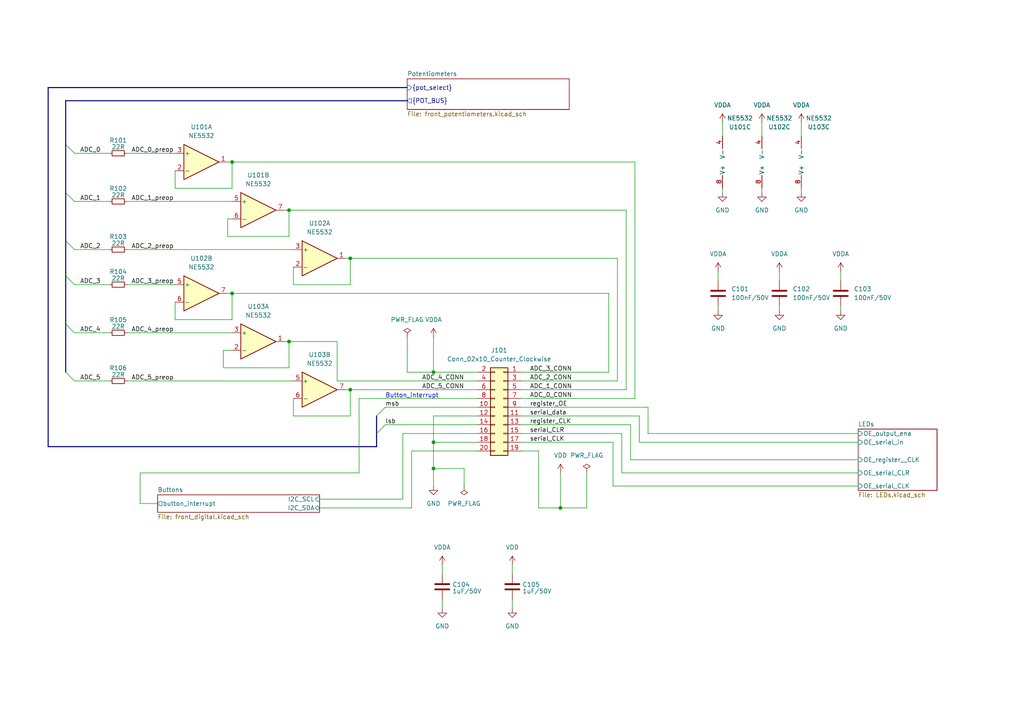
<source format=kicad_sch>
(kicad_sch (version 20230121) (generator eeschema)
  (paper "A4")
  (lib_symbols
    (symbol "Amplifier_Operational:NE5532" (pin_names (offset 0.127))
      (property "Reference" "U" (at 0 5.08 0))
      (property "Value" "NE5532" (at 0 -5.08 0))
      (symbol "NE5532_1_1"
        (polyline (pts (xy -5.08 5.08) (xy 5.08 0) (xy -5.08 -5.08) (xy -5.08 5.08)) (stroke (width 0.254)) (fill (type background)))
        (pin output line (at 7.62 0 180) (length 2.54) (name "~") (number "1"))
        (pin input line (at -7.62 -2.54 0) (length 2.54) (name "-") (number "2"))
        (pin input line (at -7.62 2.54 0) (length 2.54) (name "+") (number "3"))
      )
      (symbol "NE5532_2_1"
        (polyline (pts (xy -5.08 5.08) (xy 5.08 0) (xy -5.08 -5.08) (xy -5.08 5.08)) (stroke (width 0.254)) (fill (type background)))
        (pin input line (at -7.62 2.54 0) (length 2.54) (name "+") (number "5"))
        (pin input line (at -7.62 -2.54 0) (length 2.54) (name "-") (number "6"))
        (pin output line (at 7.62 0 180) (length 2.54) (name "~") (number "7"))
      )
      (symbol "NE5532_3_1"
        (pin power_in line (at -2.54 -7.62 90) (length 3.81) (name "V-") (number "4"))
        (pin power_in line (at -2.54 7.62 270) (length 3.81) (name "V+") (number "8"))
      )
    )
    (symbol "Connector_Generic:Conn_02x10_Odd_Even" (pin_names (offset 1.016) hide)
      (property "Reference" "J" (at 1.27 12.7 0))
      (property "Value" "Conn_02x10_Odd_Even" (at 1.27 -15.24 0))
      (symbol "Conn_02x10_Odd_Even_1_1"
        (rectangle (start -1.27 -12.573) (end 0 -12.827) (stroke (width 0.1524)))
        (rectangle (start -1.27 -10.033) (end 0 -10.287) (stroke (width 0.1524)))
        (rectangle (start -1.27 -7.493) (end 0 -7.747) (stroke (width 0.1524)))
        (rectangle (start -1.27 -4.953) (end 0 -5.207) (stroke (width 0.1524)))
        (rectangle (start -1.27 -2.413) (end 0 -2.667) (stroke (width 0.1524)))
        (rectangle (start -1.27 0.127) (end 0 -0.127) (stroke (width 0.1524)))
        (rectangle (start -1.27 2.667) (end 0 2.413) (stroke (width 0.1524)))
        (rectangle (start -1.27 5.207) (end 0 4.953) (stroke (width 0.1524)))
        (rectangle (start -1.27 7.747) (end 0 7.493) (stroke (width 0.1524)))
        (rectangle (start -1.27 10.287) (end 0 10.033) (stroke (width 0.1524)))
        (rectangle (start -1.27 11.43) (end 3.81 -13.97) (stroke (width 0.254)) (fill (type background)))
        (rectangle (start 3.81 -12.573) (end 2.54 -12.827) (stroke (width 0.1524)))
        (rectangle (start 3.81 -10.033) (end 2.54 -10.287) (stroke (width 0.1524)))
        (rectangle (start 3.81 -7.493) (end 2.54 -7.747) (stroke (width 0.1524)))
        (rectangle (start 3.81 -4.953) (end 2.54 -5.207) (stroke (width 0.1524)))
        (rectangle (start 3.81 -2.413) (end 2.54 -2.667) (stroke (width 0.1524)))
        (rectangle (start 3.81 0.127) (end 2.54 -0.127) (stroke (width 0.1524)))
        (rectangle (start 3.81 2.667) (end 2.54 2.413) (stroke (width 0.1524)))
        (rectangle (start 3.81 5.207) (end 2.54 4.953) (stroke (width 0.1524)))
        (rectangle (start 3.81 7.747) (end 2.54 7.493) (stroke (width 0.1524)))
        (rectangle (start 3.81 10.287) (end 2.54 10.033) (stroke (width 0.1524)))
        (pin passive line (at -5.08 10.16 0) (length 3.81) (name "Pin_1") (number "1"))
        (pin passive line (at 7.62 0 180) (length 3.81) (name "Pin_10") (number "10"))
        (pin passive line (at -5.08 -2.54 0) (length 3.81) (name "Pin_11") (number "11"))
        (pin passive line (at 7.62 -2.54 180) (length 3.81) (name "Pin_12") (number "12"))
        (pin passive line (at -5.08 -5.08 0) (length 3.81) (name "Pin_13") (number "13"))
        (pin passive line (at 7.62 -5.08 180) (length 3.81) (name "Pin_14") (number "14"))
        (pin passive line (at -5.08 -7.62 0) (length 3.81) (name "Pin_15") (number "15"))
        (pin passive line (at 7.62 -7.62 180) (length 3.81) (name "Pin_16") (number "16"))
        (pin passive line (at -5.08 -10.16 0) (length 3.81) (name "Pin_17") (number "17"))
        (pin passive line (at 7.62 -10.16 180) (length 3.81) (name "Pin_18") (number "18"))
        (pin passive line (at -5.08 -12.7 0) (length 3.81) (name "Pin_19") (number "19"))
        (pin passive line (at 7.62 10.16 180) (length 3.81) (name "Pin_2") (number "2"))
        (pin passive line (at 7.62 -12.7 180) (length 3.81) (name "Pin_20") (number "20"))
        (pin passive line (at -5.08 7.62 0) (length 3.81) (name "Pin_3") (number "3"))
        (pin passive line (at 7.62 7.62 180) (length 3.81) (name "Pin_4") (number "4"))
        (pin passive line (at -5.08 5.08 0) (length 3.81) (name "Pin_5") (number "5"))
        (pin passive line (at 7.62 5.08 180) (length 3.81) (name "Pin_6") (number "6"))
        (pin passive line (at -5.08 2.54 0) (length 3.81) (name "Pin_7") (number "7"))
        (pin passive line (at 7.62 2.54 180) (length 3.81) (name "Pin_8") (number "8"))
        (pin passive line (at -5.08 0 0) (length 3.81) (name "Pin_9") (number "9"))
      )
    )
    (symbol "Device:C" (pin_numbers hide) (pin_names (offset 0.254))
      (property "Reference" "C" (at 0.635 2.54 0))
      (property "Value" "C" (at 0.635 -2.54 0))
      (symbol "C_0_1"
        (polyline (pts (xy -2.032 -0.762) (xy 2.032 -0.762)) (stroke (width 0.508)))
        (polyline (pts (xy -2.032 0.762) (xy 2.032 0.762)) (stroke (width 0.508)))
      )
      (symbol "C_1_1"
        (pin passive line (at 0 3.81 270) (length 2.794) (name "~") (number "1"))
        (pin passive line (at 0 -3.81 90) (length 2.794) (name "~") (number "2"))
      )
    )
    (symbol "Device:R_Small" (pin_numbers hide) (pin_names (offset 0.254) hide)
      (property "Reference" "R" (at 0.762 0.508 0))
      (property "Value" "R_Small" (at 0.762 -1.016 0))
      (symbol "R_Small_0_1"
        (rectangle (start -0.762 1.778) (end 0.762 -1.778) (stroke (width 0.2032)))
      )
      (symbol "R_Small_1_1"
        (pin passive line (at 0 2.54 270) (length 0.762) (name "~") (number "1"))
        (pin passive line (at 0 -2.54 90) (length 0.762) (name "~") (number "2"))
      )
    )
    (symbol "power:GND" (power) (pin_names (offset 0))
      (property "Value" "GND" (at 0 -3.81 0))
      (symbol "GND_0_1"
        (polyline (pts (xy 0 0) (xy 0 -1.27) (xy 1.27 -1.27) (xy 0 -2.54) (xy -1.27 -1.27) (xy 0 -1.27)))
      )
      (symbol "GND_1_1"
        (pin power_in line (at 0 0 270) (length 0) hide (name "GND") (number "1"))
      )
    )
    (symbol "power:PWR_FLAG" (power) (pin_numbers hide) (pin_names (offset 0) hide)
      (property "Value" "PWR_FLAG" (at 0 3.81 0))
      (symbol "PWR_FLAG_0_0"
        (pin power_out line (at 0 0 90) (length 0) (name "pwr") (number "1"))
      )
      (symbol "PWR_FLAG_0_1"
        (polyline (pts (xy 0 0) (xy 0 1.27) (xy -1.016 1.905) (xy 0 2.54) (xy 1.016 1.905) (xy 0 1.27)))
      )
    )
    (symbol "power:VDD" (power) (pin_names (offset 0))
      (property "Value" "VDD" (at 0 3.81 0))
      (symbol "VDD_0_1"
        (polyline (pts (xy -0.762 1.27) (xy 0 2.54)))
        (polyline (pts (xy 0 0) (xy 0 2.54)))
        (polyline (pts (xy 0 2.54) (xy 0.762 1.27)))
      )
      (symbol "VDD_1_1"
        (pin power_in line (at 0 0 90) (length 0) hide (name "VDD") (number "1"))
      )
    )
    (symbol "power:VDDA" (power) (pin_names (offset 0))
      (property "Value" "VDDA" (at 0 3.81 0))
      (symbol "VDDA_0_1"
        (polyline (pts (xy -0.762 1.27) (xy 0 2.54)))
        (polyline (pts (xy 0 0) (xy 0 2.54)))
        (polyline (pts (xy 0 2.54) (xy 0.762 1.27)))
      )
      (symbol "VDDA_1_1"
        (pin power_in line (at 0 0 90) (length 0) hide (name "VDDA") (number "1"))
      )
    )
  )
  (bus_alias "" (members))
  (bus_alias "Output_Expander_bus" (members "serial_CLK" "serial_CLR" "serial_data" "register_CLK" "register_OEv"))
  (bus_alias "POT_BUS" (members "ADC_0" "ADC_1" "ADC_2" "ADC_3" "ADC_4" "ADC_5"))
  (bus_alias "pot_select" (members "lsb" "msb"))
  (junction (at 101.6 113.03))
  (junction (at 101.6 74.93))
  (junction (at 125.73 135.89))
  (junction (at 83.82 99.06))
  (junction (at 125.73 107.95))
  (junction (at 67.31 85.09))
  (junction (at 125.73 128.27))
  (junction (at 162.56 147.32))
  (junction (at 83.82 60.96))
  (junction (at 67.31 46.99))
  (bus_entry (at 19.05 69.85) (size 2.54 2.54))
  (bus_entry (at 111.76 118.11) (size -2.54 2.54))
  (bus_entry (at 19.05 93.98) (size 2.54 2.54))
  (bus_entry (at 19.05 107.95) (size 2.54 2.54))
  (bus_entry (at 19.05 80.01) (size 2.54 2.54))
  (bus_entry (at 109.22 125.73) (size 2.54 -2.54))
  (bus_entry (at 19.05 55.88) (size 2.54 2.54))
  (bus_entry (at 19.05 41.91) (size 2.54 2.54))
  (wire (pts (xy 119.38 130.81) (xy 119.38 147.32)))
  (wire (pts (xy 180.34 137.16) (xy 180.34 125.73)))
  (wire (pts (xy 45.72 146.05) (xy 40.64 146.05)))
  (wire (pts (xy 232.41 54.61) (xy 232.41 55.88)))
  (wire (pts (xy 134.62 140.97) (xy 134.62 135.89)))
  (wire (pts (xy 180.34 137.16) (xy 248.92 137.16)))
  (wire (pts (xy 67.31 54.61) (xy 67.31 46.99)))
  (wire (pts (xy 209.55 54.61) (xy 209.55 55.88)))
  (wire (pts (xy 125.73 120.65) (xy 138.43 120.65)))
  (bus (pts (xy 109.22 125.73) (xy 109.22 129.54)))
  (wire (pts (xy 243.84 88.9) (xy 243.84 90.17)))
  (wire (pts (xy 85.09 82.55) (xy 101.6 82.55)))
  (wire (pts (xy 176.53 107.95) (xy 151.13 107.95)))
  (wire (pts (xy 104.14 115.57) (xy 138.43 115.57)))
  (wire (pts (xy 182.88 123.19) (xy 151.13 123.19)))
  (wire (pts (xy 83.82 60.96) (xy 181.61 60.96)))
  (wire (pts (xy 40.64 146.05) (xy 40.64 137.16)))
  (wire (pts (xy 21.59 58.42) (xy 31.75 58.42)))
  (wire (pts (xy 67.31 46.99) (xy 66.04 46.99)))
  (wire (pts (xy 209.55 35.56) (xy 209.55 39.37)))
  (wire (pts (xy 226.06 88.9) (xy 226.06 90.17)))
  (wire (pts (xy 50.8 87.63) (xy 50.8 92.71)))
  (wire (pts (xy 21.59 96.52) (xy 31.75 96.52)))
  (wire (pts (xy 111.76 123.19) (xy 138.43 123.19)))
  (wire (pts (xy 128.27 173.99) (xy 128.27 176.53)))
  (wire (pts (xy 148.59 163.83) (xy 148.59 166.37)))
  (wire (pts (xy 125.73 128.27) (xy 138.43 128.27)))
  (bus (pts (xy 13.97 129.54) (xy 109.22 129.54)))
  (wire (pts (xy 220.98 54.61) (xy 220.98 55.88)))
  (wire (pts (xy 125.73 128.27) (xy 125.73 120.65)))
  (wire (pts (xy 101.6 120.65) (xy 101.6 113.03)))
  (wire (pts (xy 83.82 60.96) (xy 82.55 60.96)))
  (wire (pts (xy 156.21 130.81) (xy 151.13 130.81)))
  (wire (pts (xy 67.31 46.99) (xy 184.15 46.99)))
  (wire (pts (xy 21.59 82.55) (xy 31.75 82.55)))
  (wire (pts (xy 232.41 35.56) (xy 232.41 39.37)))
  (wire (pts (xy 36.83 58.42) (xy 67.31 58.42)))
  (wire (pts (xy 104.14 137.16) (xy 104.14 115.57)))
  (wire (pts (xy 119.38 130.81) (xy 138.43 130.81)))
  (wire (pts (xy 50.8 92.71) (xy 67.31 92.71)))
  (wire (pts (xy 116.84 125.73) (xy 116.84 144.78)))
  (wire (pts (xy 21.59 44.45) (xy 31.75 44.45)))
  (bus (pts (xy 109.22 120.65) (xy 109.22 125.73)))
  (wire (pts (xy 92.71 144.78) (xy 116.84 144.78)))
  (wire (pts (xy 85.09 77.47) (xy 85.09 82.55)))
  (wire (pts (xy 125.73 128.27) (xy 125.73 135.89)))
  (wire (pts (xy 176.53 85.09) (xy 176.53 107.95)))
  (wire (pts (xy 36.83 82.55) (xy 50.8 82.55)))
  (wire (pts (xy 125.73 135.89) (xy 134.62 135.89)))
  (wire (pts (xy 85.09 120.65) (xy 101.6 120.65)))
  (wire (pts (xy 185.42 120.65) (xy 151.13 120.65)))
  (wire (pts (xy 64.77 106.68) (xy 83.82 106.68)))
  (wire (pts (xy 220.98 35.56) (xy 220.98 39.37)))
  (bus (pts (xy 19.05 80.01) (xy 19.05 93.98)))
  (wire (pts (xy 36.83 72.39) (xy 85.09 72.39)))
  (bus (pts (xy 19.05 55.88) (xy 19.05 69.85)))
  (wire (pts (xy 187.96 125.73) (xy 248.92 125.73)))
  (wire (pts (xy 21.59 110.49) (xy 31.75 110.49)))
  (wire (pts (xy 125.73 107.95) (xy 138.43 107.95)))
  (wire (pts (xy 184.15 46.99) (xy 184.15 115.57)))
  (wire (pts (xy 185.42 128.27) (xy 185.42 120.65)))
  (wire (pts (xy 92.71 147.32) (xy 119.38 147.32)))
  (wire (pts (xy 187.96 125.73) (xy 187.96 118.11)))
  (wire (pts (xy 101.6 74.93) (xy 100.33 74.93)))
  (wire (pts (xy 208.28 88.9) (xy 208.28 90.17)))
  (wire (pts (xy 83.82 99.06) (xy 97.79 99.06)))
  (wire (pts (xy 179.07 110.49) (xy 151.13 110.49)))
  (wire (pts (xy 101.6 113.03) (xy 100.33 113.03)))
  (bus (pts (xy 19.05 29.21) (xy 118.11 29.21)))
  (wire (pts (xy 128.27 163.83) (xy 128.27 166.37)))
  (wire (pts (xy 36.83 110.49) (xy 85.09 110.49)))
  (wire (pts (xy 243.84 78.74) (xy 243.84 81.28)))
  (wire (pts (xy 66.04 63.5) (xy 66.04 68.58)))
  (wire (pts (xy 101.6 74.93) (xy 179.07 74.93)))
  (wire (pts (xy 148.59 173.99) (xy 148.59 176.53)))
  (wire (pts (xy 170.18 147.32) (xy 162.56 147.32)))
  (wire (pts (xy 67.31 85.09) (xy 176.53 85.09)))
  (wire (pts (xy 67.31 92.71) (xy 67.31 85.09)))
  (bus (pts (xy 19.05 69.85) (xy 19.05 80.01)))
  (wire (pts (xy 97.79 99.06) (xy 97.79 110.49)))
  (wire (pts (xy 67.31 101.6) (xy 64.77 101.6)))
  (wire (pts (xy 151.13 115.57) (xy 184.15 115.57)))
  (wire (pts (xy 36.83 96.52) (xy 67.31 96.52)))
  (wire (pts (xy 151.13 128.27) (xy 177.8 128.27)))
  (bus (pts (xy 19.05 29.21) (xy 19.05 41.91)))
  (wire (pts (xy 208.28 78.74) (xy 208.28 81.28)))
  (wire (pts (xy 101.6 82.55) (xy 101.6 74.93)))
  (wire (pts (xy 181.61 60.96) (xy 181.61 113.03)))
  (wire (pts (xy 187.96 118.11) (xy 151.13 118.11)))
  (wire (pts (xy 83.82 68.58) (xy 83.82 60.96)))
  (wire (pts (xy 66.04 68.58) (xy 83.82 68.58)))
  (wire (pts (xy 21.59 72.39) (xy 31.75 72.39)))
  (wire (pts (xy 226.06 78.74) (xy 226.06 81.28)))
  (wire (pts (xy 125.73 135.89) (xy 125.73 140.97)))
  (bus (pts (xy 19.05 93.98) (xy 19.05 107.95)))
  (wire (pts (xy 182.88 133.35) (xy 182.88 123.19)))
  (wire (pts (xy 185.42 128.27) (xy 248.92 128.27)))
  (wire (pts (xy 36.83 44.45) (xy 50.8 44.45)))
  (wire (pts (xy 83.82 106.68) (xy 83.82 99.06)))
  (wire (pts (xy 118.11 107.95) (xy 125.73 107.95)))
  (wire (pts (xy 97.79 110.49) (xy 138.43 110.49)))
  (wire (pts (xy 50.8 54.61) (xy 67.31 54.61)))
  (wire (pts (xy 170.18 137.16) (xy 170.18 147.32)))
  (wire (pts (xy 101.6 113.03) (xy 138.43 113.03)))
  (wire (pts (xy 180.34 125.73) (xy 151.13 125.73)))
  (wire (pts (xy 125.73 97.79) (xy 125.73 107.95)))
  (wire (pts (xy 111.76 118.11) (xy 138.43 118.11)))
  (wire (pts (xy 162.56 137.16) (xy 162.56 147.32)))
  (bus (pts (xy 13.97 25.4) (xy 118.11 25.4)))
  (wire (pts (xy 50.8 49.53) (xy 50.8 54.61)))
  (wire (pts (xy 64.77 101.6) (xy 64.77 106.68)))
  (wire (pts (xy 179.07 74.93) (xy 179.07 110.49)))
  (wire (pts (xy 118.11 97.79) (xy 118.11 107.95)))
  (wire (pts (xy 40.64 137.16) (xy 104.14 137.16)))
  (wire (pts (xy 181.61 113.03) (xy 151.13 113.03)))
  (wire (pts (xy 177.8 140.97) (xy 177.8 128.27)))
  (wire (pts (xy 182.88 133.35) (xy 248.92 133.35)))
  (bus (pts (xy 19.05 41.91) (xy 19.05 55.88)))
  (wire (pts (xy 67.31 63.5) (xy 66.04 63.5)))
  (wire (pts (xy 85.09 115.57) (xy 85.09 120.65)))
  (wire (pts (xy 116.84 125.73) (xy 138.43 125.73)))
  (wire (pts (xy 67.31 85.09) (xy 66.04 85.09)))
  (wire (pts (xy 83.82 99.06) (xy 82.55 99.06)))
  (bus (pts (xy 13.97 25.4) (xy 13.97 129.54)))
  (wire (pts (xy 156.21 147.32) (xy 162.56 147.32)))
  (wire (pts (xy 156.21 147.32) (xy 156.21 130.81)))
  (wire (pts (xy 177.8 140.97) (xy 248.92 140.97)))
  (text "Button_interrupt" (at 111.76 115.57 0) (effects (font (size 1.27 1.27)) (justify left bottom)))
  (label "ADC_5_CONN" (at 134.62 113.03 180))
  (label "ADC_1_CONN" (at 153.67 113.03 0))
  (label "serial_data" (at 153.67 120.65 0))
  (label "ADC_4" (at 29.21 96.52 180))
  (label "ADC_2_preop" (at 38.1 72.39 0))
  (label "ADC_1" (at 29.21 58.42 180))
  (label "serial_CLK" (at 153.67 128.27 0))
  (label "ADC_3_preop" (at 38.1 82.55 0))
  (label "ADC_3" (at 29.21 82.55 180))
  (label "ADC_5_preop" (at 38.1 110.49 0))
  (label "register_OE" (at 153.67 118.11 0))
  (label "msb" (at 111.76 118.11 0))
  (label "ADC_2_CONN" (at 153.67 110.49 0))
  (label "register_CLK" (at 153.67 123.19 0))
  (label "ADC_4_preop" (at 38.1 96.52 0))
  (label "ADC_0_preop" (at 38.1 44.45 0))
  (label "ADC_2" (at 29.21 72.39 180))
  (label "ADC_5" (at 29.21 110.49 180))
  (label "ADC_3_CONN" (at 153.67 107.95 0))
  (label "ADC_0_CONN" (at 153.67 115.57 0))
  (label "lsb" (at 111.76 123.19 0))
  (label "serial_CLR" (at 153.67 125.73 0))
  (label "ADC_0" (at 29.21 44.45 180))
  (label "ADC_4_CONN" (at 134.62 110.49 180))
  (label "ADC_1_preop" (at 38.1 58.42 0))
  (symbol (lib_id "power:GND") (at 243.84 90.17 0) (unit 1)
    (property "Reference" "#PWR0109" (effects hide))
    (property "Value" "GND" (at 243.84 95.25 0))
  )
  (symbol (lib_id "Device:R_Small") (at 34.29 82.55 90) (unit 1)
    (property "Reference" "R104" (at 34.29 78.8035 90))
    (property "Value" "22R" (at 34.29 80.7245 90))
    (property "Footprint" "Resistor_SMD:R_0805_2012Metric_Pad1.20x1.40mm_HandSolder" (effects hide))
    (property "LCSC" "C17561" (effects hide))
  )
  (symbol (lib_id "power:GND") (at 125.73 140.97 0) (mirror y) (unit 1)
    (property "Reference" "#PWR0102" (effects hide))
    (property "Value" "GND" (at 125.73 146.05 0))
  )
  (symbol (lib_id "Device:R_Small") (at 34.29 110.49 90) (unit 1)
    (property "Reference" "R106" (at 34.29 106.7435 90))
    (property "Value" "22R" (at 34.29 108.6645 90))
    (property "Footprint" "Resistor_SMD:R_0805_2012Metric_Pad1.20x1.40mm_HandSolder" (effects hide))
    (property "LCSC" "C17561" (effects hide))
  )
  (symbol (lib_id "power:VDD") (at 148.59 163.83 0) (mirror y) (unit 1)
    (property "Reference" "#PWR0119" (effects hide))
    (property "Value" "VDD" (at 148.59 158.75 0))
  )
  (symbol (lib_id "Amplifier_Operational:NE5532") (at 212.09 46.99 0) (mirror x) (unit 3)
    (property "Reference" "U101" (at 214.63 36.83 0))
    (property "Value" "NE5532" (at 214.63 34.29 0))
    (property "Footprint" "Package_SO:SOIC-8_3.9x4.9mm_P1.27mm" (effects hide))
    (property "Datasheet" "http://www.ti.com/lit/ds/symlink/ne5532.pdf" (effects hide))
    (property "LCSC" "C7426" (effects hide))
  )
  (symbol (lib_id "Device:R_Small") (at 34.29 44.45 90) (unit 1)
    (property "Reference" "R101" (at 34.29 40.7035 90))
    (property "Value" "22R" (at 34.29 42.6245 90))
    (property "Footprint" "Resistor_SMD:R_0805_2012Metric_Pad1.20x1.40mm_HandSolder" (effects hide))
    (property "LCSC" "C17561" (effects hide))
  )
  (symbol (lib_id "Device:R_Small") (at 34.29 58.42 90) (unit 1)
    (property "Reference" "R102" (at 34.29 54.6735 90))
    (property "Value" "22R" (at 34.29 56.5945 90))
    (property "Footprint" "Resistor_SMD:R_0805_2012Metric_Pad1.20x1.40mm_HandSolder" (effects hide))
    (property "LCSC" "C17561" (effects hide))
  )
  (symbol (lib_id "power:GND") (at 220.98 55.88 0) (unit 1)
    (property "Reference" "#PWR0105" (effects hide))
    (property "Value" "GND" (at 220.98 60.96 0))
  )
  (symbol (lib_id "power:GND") (at 208.28 90.17 0) (unit 1)
    (property "Reference" "#PWR0107" (effects hide))
    (property "Value" "GND" (at 208.28 95.25 0))
  )
  (symbol (lib_id "power:VDDA") (at 125.73 97.79 0) (mirror y) (unit 1)
    (property "Reference" "#PWR0101" (effects hide))
    (property "Value" "VDDA" (at 125.73 92.71 0))
  )
  (symbol (lib_id "power:PWR_FLAG") (at 118.11 97.79 0) (unit 1)
    (property "Reference" "#FLG0102" (effects hide))
    (property "Value" "PWR_FLAG" (at 118.11 92.71 0))
  )
  (symbol (lib_id "power:PWR_FLAG") (at 170.18 137.16 0) (unit 1)
    (property "Reference" "#FLG0103" (effects hide))
    (property "Value" "PWR_FLAG" (at 170.18 132.08 0))
  )
  (symbol (lib_id "power:VDDA") (at 243.84 78.74 0) (mirror y) (unit 1)
    (property "Reference" "#PWR0112" (effects hide))
    (property "Value" "VDDA" (at 243.84 73.66 0))
  )
  (symbol (lib_id "Amplifier_Operational:NE5532") (at 58.42 46.99 0) (unit 1)
    (property "Reference" "U101" (at 58.42 36.83 0))
    (property "Value" "NE5532" (at 58.42 39.37 0))
    (property "Footprint" "Package_SO:SOIC-8_3.9x4.9mm_P1.27mm" (effects hide))
    (property "Datasheet" "http://www.ti.com/lit/ds/symlink/ne5532.pdf" (effects hide))
    (property "LCSC" "C7426" (effects hide))
  )
  (symbol (lib_id "Amplifier_Operational:NE5532") (at 74.93 60.96 0) (unit 2)
    (property "Reference" "U101" (at 74.93 50.8 0))
    (property "Value" "NE5532" (at 74.93 53.34 0))
    (property "Footprint" "Package_SO:SOIC-8_3.9x4.9mm_P1.27mm" (effects hide))
    (property "Datasheet" "http://www.ti.com/lit/ds/symlink/ne5532.pdf" (effects hide))
    (property "LCSC" "C7426" (effects hide))
  )
  (symbol (lib_id "power:VDDA") (at 128.27 163.83 0) (unit 1)
    (property "Reference" "#PWR0118" (effects hide))
    (property "Value" "VDDA" (at 128.27 158.75 0))
  )
  (symbol (lib_id "power:PWR_FLAG") (at 134.62 140.97 180) (unit 1)
    (property "Reference" "#FLG0101" (effects hide))
    (property "Value" "PWR_FLAG" (at 134.62 146.05 0))
  )
  (symbol (lib_id "power:VDD") (at 162.56 137.16 0) (mirror y) (unit 1)
    (property "Reference" "#PWR0103" (effects hide))
    (property "Value" "VDD" (at 162.56 132.08 0))
  )
  (symbol (lib_id "power:GND") (at 128.27 176.53 0) (mirror y) (unit 1)
    (property "Reference" "#PWR0116" (effects hide))
    (property "Value" "GND" (at 128.27 181.61 0))
  )
  (symbol (lib_id "Amplifier_Operational:NE5532") (at 234.95 46.99 0) (mirror x) (unit 3)
    (property "Reference" "U103" (at 237.49 36.83 0))
    (property "Value" "NE5532" (at 237.49 34.29 0))
    (property "Footprint" "Package_SO:SOIC-8_3.9x4.9mm_P1.27mm" (effects hide))
    (property "Datasheet" "http://www.ti.com/lit/ds/symlink/ne5532.pdf" (effects hide))
    (property "LCSC" "C7426" (effects hide))
  )
  (symbol (lib_id "power:GND") (at 148.59 176.53 0) (mirror y) (unit 1)
    (property "Reference" "#PWR0117" (effects hide))
    (property "Value" "GND" (at 148.59 181.61 0))
  )
  (symbol (lib_id "Device:C") (at 208.28 85.09 0) (unit 1)
    (property "Reference" "C101" (at 212.09 83.82 0) (effects (justify left)))
    (property "Value" "100nF/50V" (at 212.09 86.36 0) (effects (justify left)))
    (property "Footprint" "Capacitor_SMD:C_0805_2012Metric_Pad1.18x1.45mm_HandSolder" (effects hide))
    (property "LCSC" "C49678" (effects hide))
  )
  (symbol (lib_id "Device:R_Small") (at 34.29 96.52 90) (unit 1)
    (property "Reference" "R105" (at 34.29 92.7735 90))
    (property "Value" "22R" (at 34.29 94.6945 90))
    (property "Footprint" "Resistor_SMD:R_0805_2012Metric_Pad1.20x1.40mm_HandSolder" (effects hide))
    (property "LCSC" "C17561" (effects hide))
  )
  (symbol (lib_id "Amplifier_Operational:NE5532") (at 223.52 46.99 0) (mirror x) (unit 3)
    (property "Reference" "U102" (at 226.06 36.83 0))
    (property "Value" "NE5532" (at 226.06 34.29 0))
    (property "Footprint" "Package_SO:SOIC-8_3.9x4.9mm_P1.27mm" (effects hide))
    (property "Datasheet" "http://www.ti.com/lit/ds/symlink/ne5532.pdf" (effects hide))
    (property "LCSC" "C7426" (effects hide))
  )
  (symbol (lib_id "Device:R_Small") (at 34.29 72.39 90) (unit 1)
    (property "Reference" "R103" (at 34.29 68.6435 90))
    (property "Value" "22R" (at 34.29 70.5645 90))
    (property "Footprint" "Resistor_SMD:R_0805_2012Metric_Pad1.20x1.40mm_HandSolder" (effects hide))
    (property "LCSC" "C17561" (effects hide))
  )
  (symbol (lib_id "power:VDDA") (at 208.28 78.74 0) (mirror y) (unit 1)
    (property "Reference" "#PWR0110" (effects hide))
    (property "Value" "VDDA" (at 208.28 73.66 0))
  )
  (symbol (lib_id "power:GND") (at 209.55 55.88 0) (unit 1)
    (property "Reference" "#PWR0106" (effects hide))
    (property "Value" "GND" (at 209.55 60.96 0))
  )
  (symbol (lib_id "power:VDDA") (at 220.98 35.56 0) (mirror y) (unit 1)
    (property "Reference" "#PWR0114" (effects hide))
    (property "Value" "VDDA" (at 220.98 30.48 0))
  )
  (symbol (lib_id "power:GND") (at 226.06 90.17 0) (unit 1)
    (property "Reference" "#PWR0108" (effects hide))
    (property "Value" "GND" (at 226.06 95.25 0))
  )
  (symbol (lib_id "power:VDDA") (at 209.55 35.56 0) (mirror y) (unit 1)
    (property "Reference" "#PWR0113" (effects hide))
    (property "Value" "VDDA" (at 209.55 30.48 0))
  )
  (symbol (lib_id "Device:C") (at 243.84 85.09 0) (unit 1)
    (property "Reference" "C103" (at 247.65 83.82 0) (effects (justify left)))
    (property "Value" "100nF/50V" (at 247.65 86.36 0) (effects (justify left)))
    (property "Footprint" "Capacitor_SMD:C_0805_2012Metric_Pad1.18x1.45mm_HandSolder" (effects hide))
    (property "LCSC" "C49678" (effects hide))
  )
  (symbol (lib_id "Device:C") (at 226.06 85.09 0) (unit 1)
    (property "Reference" "C102" (at 229.87 83.82 0) (effects (justify left)))
    (property "Value" "100nF/50V" (at 229.87 86.36 0) (effects (justify left)))
    (property "Footprint" "Capacitor_SMD:C_0805_2012Metric_Pad1.18x1.45mm_HandSolder" (effects hide))
    (property "LCSC" "C49678" (effects hide))
  )
  (symbol (lib_id "Amplifier_Operational:NE5532") (at 58.42 85.09 0) (unit 2)
    (property "Reference" "U102" (at 58.42 74.93 0))
    (property "Value" "NE5532" (at 58.42 77.47 0))
    (property "Footprint" "Package_SO:SOIC-8_3.9x4.9mm_P1.27mm" (effects hide))
    (property "Datasheet" "http://www.ti.com/lit/ds/symlink/ne5532.pdf" (effects hide))
    (property "LCSC" "C7426" (effects hide))
  )
  (symbol (lib_id "Device:C") (at 128.27 170.18 0) (unit 1)
    (property "Reference" "C104" (at 131.191 169.5363 0) (effects (justify left)))
    (property "Value" "1uF/50V" (at 131.191 171.4573 0) (effects (justify left)))
    (property "Footprint" "Capacitor_SMD:C_0805_2012Metric_Pad1.18x1.45mm_HandSolder" (effects hide))
    (property "LCSC" "C28323" (effects hide))
  )
  (symbol (lib_id "power:VDDA") (at 232.41 35.56 0) (mirror y) (unit 1)
    (property "Reference" "#PWR0115" (effects hide))
    (property "Value" "VDDA" (at 232.41 30.48 0))
  )
  (symbol (lib_id "Amplifier_Operational:NE5532") (at 92.71 113.03 0) (unit 2)
    (property "Reference" "U103" (at 92.71 102.87 0))
    (property "Value" "NE5532" (at 92.71 105.41 0))
    (property "Footprint" "Package_SO:SOIC-8_3.9x4.9mm_P1.27mm" (effects hide))
    (property "Datasheet" "http://www.ti.com/lit/ds/symlink/ne5532.pdf" (effects hide))
    (property "LCSC" "C7426" (effects hide))
  )
  (symbol (lib_id "Connector_Generic:Conn_02x10_Odd_Even") (at 146.05 118.11 0) (mirror y) (unit 1)
    (property "Reference" "J101" (at 144.78 101.6 0))
    (property "Value" "Conn_02x10_Counter_Clockwise" (at 144.78 104.14 0))
    (property "Footprint" "Connector_PinSocket_2.54mm:PinSocket_2x10_P2.54mm_Vertical" (effects hide))
  )
  (symbol (lib_id "Device:C") (at 148.59 170.18 0) (unit 1)
    (property "Reference" "C105" (at 151.511 169.5363 0) (effects (justify left)))
    (property "Value" "1uF/50V" (at 151.511 171.4573 0) (effects (justify left)))
    (property "Footprint" "Capacitor_SMD:C_0805_2012Metric_Pad1.18x1.45mm_HandSolder" (effects hide))
    (property "LCSC" "C28323" (effects hide))
  )
  (symbol (lib_id "power:VDDA") (at 226.06 78.74 0) (mirror y) (unit 1)
    (property "Reference" "#PWR0111" (effects hide))
    (property "Value" "VDDA" (at 226.06 73.66 0))
  )
  (symbol (lib_id "power:GND") (at 232.41 55.88 0) (unit 1)
    (property "Reference" "#PWR0104" (effects hide))
    (property "Value" "GND" (at 232.41 60.96 0))
  )
  (symbol (lib_id "Amplifier_Operational:NE5532") (at 92.71 74.93 0) (unit 1)
    (property "Reference" "U102" (at 92.71 64.77 0))
    (property "Value" "NE5532" (at 92.71 67.31 0))
    (property "Footprint" "Package_SO:SOIC-8_3.9x4.9mm_P1.27mm" (effects hide))
    (property "Datasheet" "http://www.ti.com/lit/ds/symlink/ne5532.pdf" (effects hide))
    (property "LCSC" "C7426" (effects hide))
  )
  (symbol (lib_id "Amplifier_Operational:NE5532") (at 74.93 99.06 0) (unit 1)
    (property "Reference" "U103" (at 74.93 88.9 0))
    (property "Value" "NE5532" (at 74.93 91.44 0))
    (property "Footprint" "Package_SO:SOIC-8_3.9x4.9mm_P1.27mm" (effects hide))
    (property "Datasheet" "http://www.ti.com/lit/ds/symlink/ne5532.pdf" (effects hide))
    (property "LCSC" "C7426" (effects hide))
  )
  (sheet (at 248.92 124.46) (size 22.86 17.78) (stroke (width 0.1524))
    (property "Sheetname" "LEDs" (at 248.92 123.7484 0) (effects (justify left bottom)))
    (property "Sheetfile" "LEDs.kicad_sch" (at 248.92 142.8246 0) (effects (justify left top)))
    (pin "OE_output_ena" input (at 248.92 125.73 180))
    (pin "OE_register__CLK" input (at 248.92 133.35 180))
    (pin "OE_serial_CLR" input (at 248.92 137.16 180))
    (pin "OE_serial_CLK" input (at 248.92 140.97 180))
    (pin "OE_serial_in" input (at 248.92 128.27 180))
  )
  (sheet (at 45.72 143.51) (size 46.99 5.08) (stroke (width 0.1524))
    (property "Sheetname" "Buttons" (at 45.72 142.7984 0) (effects (justify left bottom)))
    (property "Sheetfile" "front_digital.kicad_sch" (at 45.72 149.1746 0) (effects (justify left top)))
    (pin "I2C_SDA" bidirectional (at 92.71 147.32 0))
    (pin "I2C_SCL" input (at 92.71 144.78 0))
    (pin "button_interrupt" output (at 45.72 146.05 180))
  )
  (sheet (at 118.11 22.86) (size 46.99 8.89) (stroke (width 0.1524))
    (property "Sheetname" "Potentiometers" (at 118.11 22.1484 0) (effects (justify left bottom)))
    (property "Sheetfile" "front_potentiometers.kicad_sch" (at 118.11 32.3346 0) (effects (justify left top)))
    (pin "{pot_select}" input (at 118.11 25.4 180))
    (pin "{POT_BUS}" output (at 118.11 29.21 180))
  )
)
</source>
